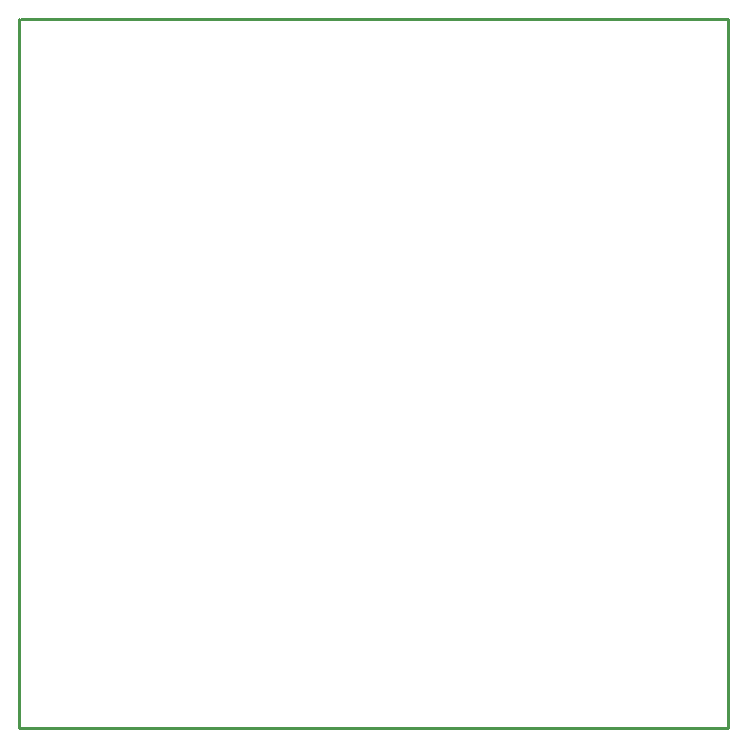
<source format=gko>
G04 Layer: BoardOutlineLayer*
G04 EasyEDA v6.5.42, 2024-06-29 11:35:46*
G04 3b8aa43405674a7c8d552062a6d3ea0b,8e72fd04a6c14d66a7e837eb9aaabff2,10*
G04 Gerber Generator version 0.2*
G04 Scale: 100 percent, Rotated: No, Reflected: No *
G04 Dimensions in millimeters *
G04 leading zeros omitted , absolute positions ,4 integer and 5 decimal *
%FSLAX45Y45*%
%MOMM*%

%ADD10C,0.2540*%
D10*
X12700Y5999987D02*
G01*
X5999988Y5999987D01*
X5999988Y0D02*
G01*
X5999988Y5999987D01*
X0Y0D02*
G01*
X0Y5999987D01*
X0Y0D02*
G01*
X5999988Y0D01*

%LPD*%
M02*

</source>
